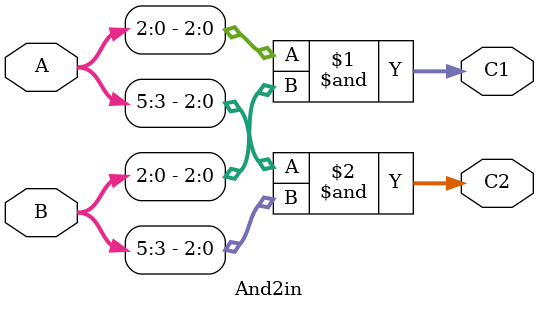
<source format=v>
module And2in (A,B,C1,C2);

input   [5:0] A  ;
input   [5:0] B ;
output  [2:0] C1 ;
output  [2:0] C2 ;

assign  C1 = A[0+:3] & B[0+:3] ;
assign  C2 = A[3+:3] & B[3+:3] ;

endmodule

</source>
